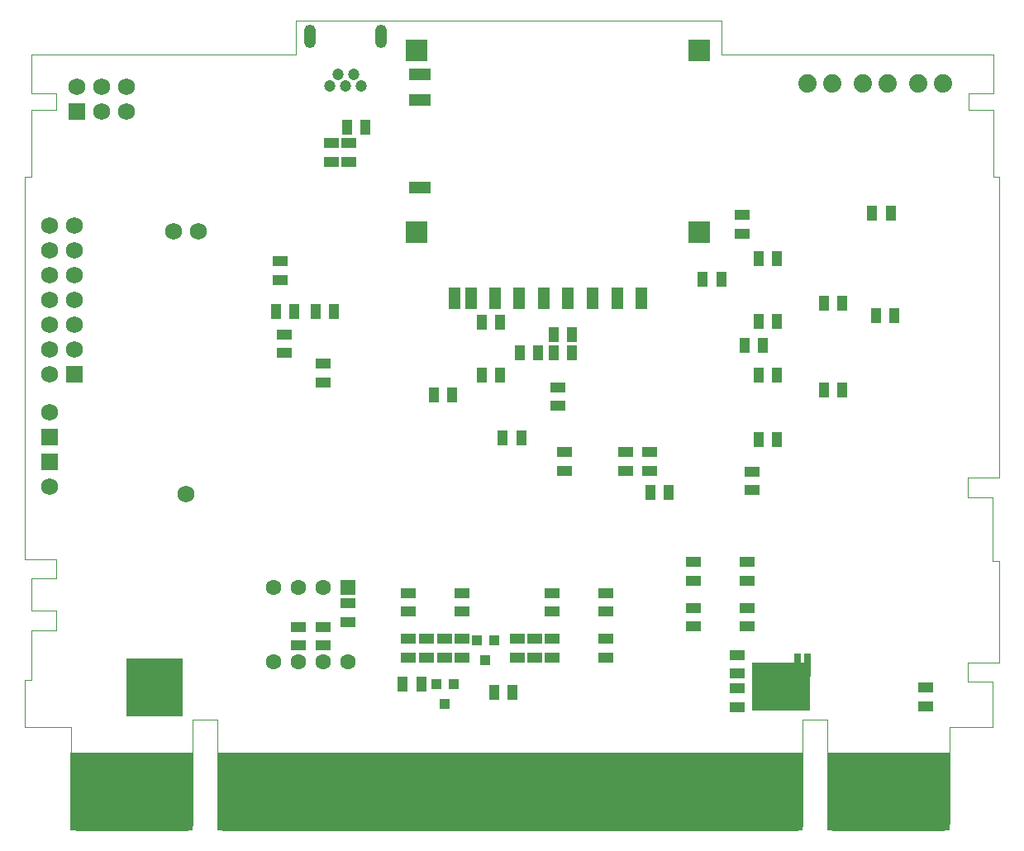
<source format=gbs>
G04 (created by PCBNEW-RS274X (2010-04-21 BZR 23xx)-stable) date mer. 22 févr. 2012 15:22:36 CET*
G01*
G70*
G90*
%MOIN*%
G04 Gerber Fmt 3.4, Leading zero omitted, Abs format*
%FSLAX34Y34*%
G04 APERTURE LIST*
%ADD10C,0.006000*%
%ADD11C,0.004000*%
%ADD12C,0.003900*%
%ADD13R,0.492900X0.315800*%
%ADD14R,2.363000X0.315800*%
%ADD15R,0.237000X0.197700*%
%ADD16R,0.229100X0.237000*%
%ADD17R,0.068000X0.068000*%
%ADD18C,0.068000*%
%ADD19C,0.047400*%
%ADD20O,0.047400X0.094600*%
%ADD21R,0.043000X0.063000*%
%ADD22R,0.063000X0.043000*%
%ADD23R,0.044000X0.044000*%
%ADD24R,0.063000X0.063000*%
%ADD25C,0.063000*%
%ADD26R,0.027700X0.019800*%
%ADD27R,0.027700X0.027700*%
%ADD28C,0.074000*%
%ADD29R,0.051300X0.086700*%
%ADD30R,0.086700X0.086700*%
%ADD31R,0.086700X0.047400*%
G04 APERTURE END LIST*
G54D10*
G54D11*
X37510Y-27993D02*
X37786Y-27993D01*
X38770Y-43426D02*
X37510Y-43426D01*
X37510Y-48308D02*
X37786Y-48308D01*
X39360Y-50197D02*
X37510Y-50197D01*
X37510Y-43426D02*
X37510Y-27993D01*
X37510Y-50197D02*
X37510Y-48308D01*
X76801Y-40099D02*
X76801Y-40158D01*
X76801Y-40158D02*
X75542Y-40158D01*
X75542Y-40158D02*
X75542Y-40217D01*
X76801Y-40158D02*
X76801Y-27993D01*
X76801Y-27993D02*
X76565Y-27993D01*
X76565Y-27993D02*
X76565Y-27914D01*
X76723Y-43504D02*
X76801Y-43504D01*
X76801Y-43504D02*
X76801Y-43583D01*
X76801Y-43504D02*
X76526Y-43504D01*
X75542Y-47599D02*
X76801Y-47599D01*
X76801Y-47599D02*
X76801Y-43514D01*
X76797Y-47597D02*
X76802Y-47597D01*
G54D12*
X76565Y-25315D02*
X76565Y-27993D01*
X37786Y-25315D02*
X37786Y-27993D01*
X38770Y-45512D02*
X37786Y-45512D01*
X37786Y-44213D02*
X37786Y-45512D01*
X38770Y-44213D02*
X37786Y-44213D01*
X38770Y-43426D02*
X38770Y-44213D01*
X75542Y-40945D02*
X75542Y-40158D01*
X76526Y-40945D02*
X75542Y-40945D01*
X76526Y-43504D02*
X76526Y-40945D01*
X74518Y-54371D02*
X74542Y-54369D01*
X74565Y-54366D01*
X74589Y-54361D01*
X74612Y-54354D01*
X74634Y-54345D01*
X74656Y-54334D01*
X74676Y-54321D01*
X74695Y-54306D01*
X74713Y-54290D01*
X74729Y-54272D01*
X74744Y-54253D01*
X74757Y-54232D01*
X74768Y-54211D01*
X74777Y-54189D01*
X74784Y-54166D01*
X74789Y-54142D01*
X74792Y-54119D01*
X74794Y-54095D01*
X69872Y-54095D02*
X69874Y-54119D01*
X69877Y-54142D01*
X69882Y-54166D01*
X69889Y-54189D01*
X69898Y-54211D01*
X69909Y-54232D01*
X69922Y-54253D01*
X69937Y-54272D01*
X69953Y-54290D01*
X69971Y-54306D01*
X69990Y-54321D01*
X70010Y-54334D01*
X70032Y-54345D01*
X70054Y-54354D01*
X70077Y-54361D01*
X70101Y-54366D01*
X70124Y-54369D01*
X70148Y-54371D01*
X68612Y-54371D02*
X68636Y-54369D01*
X68659Y-54366D01*
X68683Y-54361D01*
X68706Y-54354D01*
X68728Y-54345D01*
X68750Y-54334D01*
X68770Y-54321D01*
X68789Y-54306D01*
X68807Y-54290D01*
X68823Y-54272D01*
X68838Y-54253D01*
X68851Y-54232D01*
X68862Y-54211D01*
X68871Y-54189D01*
X68878Y-54166D01*
X68883Y-54142D01*
X68886Y-54119D01*
X68888Y-54095D01*
X45266Y-54095D02*
X45268Y-54119D01*
X45271Y-54142D01*
X45276Y-54166D01*
X45283Y-54189D01*
X45292Y-54211D01*
X45303Y-54232D01*
X45316Y-54253D01*
X45331Y-54272D01*
X45347Y-54290D01*
X45365Y-54306D01*
X45384Y-54321D01*
X45404Y-54334D01*
X45426Y-54345D01*
X45448Y-54354D01*
X45471Y-54361D01*
X45495Y-54366D01*
X45518Y-54369D01*
X45542Y-54371D01*
X44006Y-54371D02*
X44030Y-54369D01*
X44053Y-54366D01*
X44077Y-54361D01*
X44100Y-54354D01*
X44122Y-54345D01*
X44144Y-54334D01*
X44164Y-54321D01*
X44183Y-54306D01*
X44201Y-54290D01*
X44217Y-54272D01*
X44232Y-54253D01*
X44245Y-54232D01*
X44256Y-54211D01*
X44265Y-54189D01*
X44272Y-54166D01*
X44277Y-54142D01*
X44280Y-54119D01*
X44282Y-54095D01*
X39360Y-54095D02*
X39362Y-54119D01*
X39365Y-54142D01*
X39370Y-54166D01*
X39377Y-54189D01*
X39386Y-54211D01*
X39397Y-54232D01*
X39410Y-54253D01*
X39425Y-54272D01*
X39441Y-54290D01*
X39459Y-54306D01*
X39478Y-54321D01*
X39498Y-54334D01*
X39520Y-54345D01*
X39542Y-54354D01*
X39565Y-54361D01*
X39589Y-54366D01*
X39612Y-54369D01*
X39636Y-54371D01*
G54D11*
X48455Y-23071D02*
X37786Y-23071D01*
X65601Y-21693D02*
X48455Y-21693D01*
X76565Y-23071D02*
X65601Y-23071D01*
X48455Y-23071D02*
X48455Y-21693D01*
X65601Y-21693D02*
X65601Y-23071D01*
X76565Y-23071D02*
X76565Y-24646D01*
X76565Y-24646D02*
X75581Y-24646D01*
X75581Y-24646D02*
X75581Y-25315D01*
X75581Y-25315D02*
X76565Y-25315D01*
X75542Y-47599D02*
X75542Y-48386D01*
X75542Y-48386D02*
X76526Y-48386D01*
X76526Y-48386D02*
X76526Y-50197D01*
X76526Y-50197D02*
X74794Y-50197D01*
X74794Y-50197D02*
X74794Y-50237D01*
X37786Y-25315D02*
X38770Y-25315D01*
X38770Y-25315D02*
X38770Y-24646D01*
X38770Y-24646D02*
X37786Y-24646D01*
X37786Y-24646D02*
X37786Y-23071D01*
X39360Y-54095D02*
X39360Y-50237D01*
X39360Y-50237D02*
X39360Y-50197D01*
X37786Y-48308D02*
X37786Y-46300D01*
X37786Y-46300D02*
X38770Y-46300D01*
X38770Y-46300D02*
X38770Y-45512D01*
X44006Y-54371D02*
X39636Y-54371D01*
X45266Y-54095D02*
X45266Y-49922D01*
X45266Y-49922D02*
X44282Y-49922D01*
X44282Y-49922D02*
X44282Y-54095D01*
X74794Y-54095D02*
X74794Y-50237D01*
X70148Y-54371D02*
X74518Y-54371D01*
X68888Y-54095D02*
X68888Y-49922D01*
X68888Y-49922D02*
X69872Y-49922D01*
X69872Y-49922D02*
X69872Y-54095D01*
X68612Y-54371D02*
X45542Y-54371D01*
G54D13*
X72333Y-52796D03*
X41821Y-52796D03*
G54D14*
X57077Y-52796D03*
G54D15*
X68022Y-48583D03*
G54D16*
X42746Y-48622D03*
G54D17*
X39615Y-25360D03*
G54D18*
X39615Y-24360D03*
X40615Y-25360D03*
X40615Y-24360D03*
X41615Y-25360D03*
X41615Y-24360D03*
G54D17*
X38500Y-38500D03*
G54D18*
X38500Y-37500D03*
G54D19*
X50135Y-23864D03*
X50450Y-24336D03*
X50765Y-23864D03*
X51080Y-24336D03*
X49820Y-24336D03*
G54D20*
X49013Y-22328D03*
X51887Y-22328D03*
G54D17*
X38500Y-39500D03*
G54D18*
X38500Y-40500D03*
X44000Y-40800D03*
X44500Y-30200D03*
X43500Y-30200D03*
G54D17*
X39516Y-35992D03*
G54D18*
X38516Y-35992D03*
X39516Y-34992D03*
X38516Y-34992D03*
X39516Y-33992D03*
X38516Y-33992D03*
X39516Y-32992D03*
X38516Y-32992D03*
X39516Y-31992D03*
X38516Y-31992D03*
X39516Y-30992D03*
X38516Y-30992D03*
X39516Y-29992D03*
X38516Y-29992D03*
G54D21*
X58838Y-34370D03*
X59588Y-34370D03*
X50500Y-26025D03*
X51250Y-26025D03*
X72575Y-33600D03*
X71825Y-33600D03*
X71675Y-29475D03*
X72425Y-29475D03*
G54D22*
X64475Y-46150D03*
X64475Y-45400D03*
X58775Y-47400D03*
X58775Y-46650D03*
X52975Y-47400D03*
X52975Y-46650D03*
X64475Y-43550D03*
X64475Y-44300D03*
X58775Y-44800D03*
X58775Y-45550D03*
X52975Y-44800D03*
X52975Y-45550D03*
X50550Y-45225D03*
X50550Y-45975D03*
G54D21*
X69725Y-33100D03*
X70475Y-33100D03*
X67275Y-34800D03*
X66525Y-34800D03*
G54D22*
X62700Y-39875D03*
X62700Y-39125D03*
G54D21*
X57460Y-35118D03*
X58210Y-35118D03*
G54D22*
X59275Y-39875D03*
X59275Y-39125D03*
X66825Y-39900D03*
X66825Y-40650D03*
G54D21*
X67850Y-38600D03*
X67100Y-38600D03*
X67850Y-33850D03*
X67100Y-33850D03*
G54D22*
X66425Y-29550D03*
X66425Y-30300D03*
G54D21*
X56675Y-33875D03*
X55925Y-33875D03*
X56675Y-36025D03*
X55925Y-36025D03*
G54D22*
X73825Y-48625D03*
X73825Y-49375D03*
G54D21*
X54750Y-36825D03*
X54000Y-36825D03*
X69725Y-36600D03*
X70475Y-36600D03*
X58838Y-35118D03*
X59588Y-35118D03*
X47625Y-33450D03*
X48375Y-33450D03*
G54D22*
X47800Y-31425D03*
X47800Y-32175D03*
G54D21*
X49975Y-33450D03*
X49225Y-33450D03*
G54D22*
X47975Y-35125D03*
X47975Y-34375D03*
X55125Y-44800D03*
X55125Y-45550D03*
X60925Y-44800D03*
X60925Y-45550D03*
X66625Y-43550D03*
X66625Y-44300D03*
X66625Y-46150D03*
X66625Y-45400D03*
X60925Y-47400D03*
X60925Y-46650D03*
X55125Y-47400D03*
X55125Y-46650D03*
X50575Y-26650D03*
X50575Y-27400D03*
X49875Y-26650D03*
X49875Y-27400D03*
G54D23*
X56425Y-46725D03*
X55725Y-46725D03*
X56075Y-47525D03*
G54D22*
X49525Y-36300D03*
X49525Y-35550D03*
G54D24*
X50550Y-44575D03*
G54D25*
X49550Y-44575D03*
X48550Y-44575D03*
X47550Y-44575D03*
X47550Y-47575D03*
X48550Y-47575D03*
X49550Y-47575D03*
X50550Y-47575D03*
G54D22*
X48550Y-46925D03*
X48550Y-46175D03*
X49550Y-46925D03*
X49550Y-46175D03*
X66225Y-49400D03*
X66225Y-48650D03*
X66225Y-47300D03*
X66225Y-48050D03*
X57375Y-47400D03*
X57375Y-46650D03*
X53700Y-47400D03*
X53700Y-46650D03*
G54D21*
X56425Y-48825D03*
X57175Y-48825D03*
G54D22*
X58075Y-47400D03*
X58075Y-46650D03*
X54425Y-47400D03*
X54425Y-46650D03*
G54D21*
X64850Y-32150D03*
X65600Y-32150D03*
G54D22*
X61725Y-39875D03*
X61725Y-39125D03*
G54D21*
X57525Y-38550D03*
X56775Y-38550D03*
G54D22*
X59000Y-36500D03*
X59000Y-37250D03*
G54D21*
X63475Y-40750D03*
X62725Y-40750D03*
X67850Y-36025D03*
X67100Y-36025D03*
X67850Y-31300D03*
X67100Y-31300D03*
G54D23*
X54800Y-48475D03*
X54100Y-48475D03*
X54450Y-49275D03*
G54D21*
X52750Y-48475D03*
X53500Y-48475D03*
G54D26*
X69072Y-47798D03*
X69072Y-47602D03*
X68678Y-47798D03*
X68678Y-47602D03*
G54D27*
X69072Y-48035D03*
X69072Y-47365D03*
X68678Y-47365D03*
X68678Y-48035D03*
G54D28*
X69075Y-24250D03*
X70075Y-24250D03*
X73525Y-24250D03*
X74525Y-24250D03*
X71300Y-24250D03*
X72300Y-24250D03*
G54D29*
X61391Y-32915D03*
X60407Y-32915D03*
X59422Y-32915D03*
X58438Y-32915D03*
X57454Y-32915D03*
X56470Y-32915D03*
X55515Y-32915D03*
X54845Y-32915D03*
X62375Y-32915D03*
G54D30*
X64708Y-30258D03*
X64708Y-22915D03*
X53290Y-30258D03*
X53290Y-22915D03*
G54D31*
X53448Y-28427D03*
X53448Y-24903D03*
X53448Y-23880D03*
M02*

</source>
